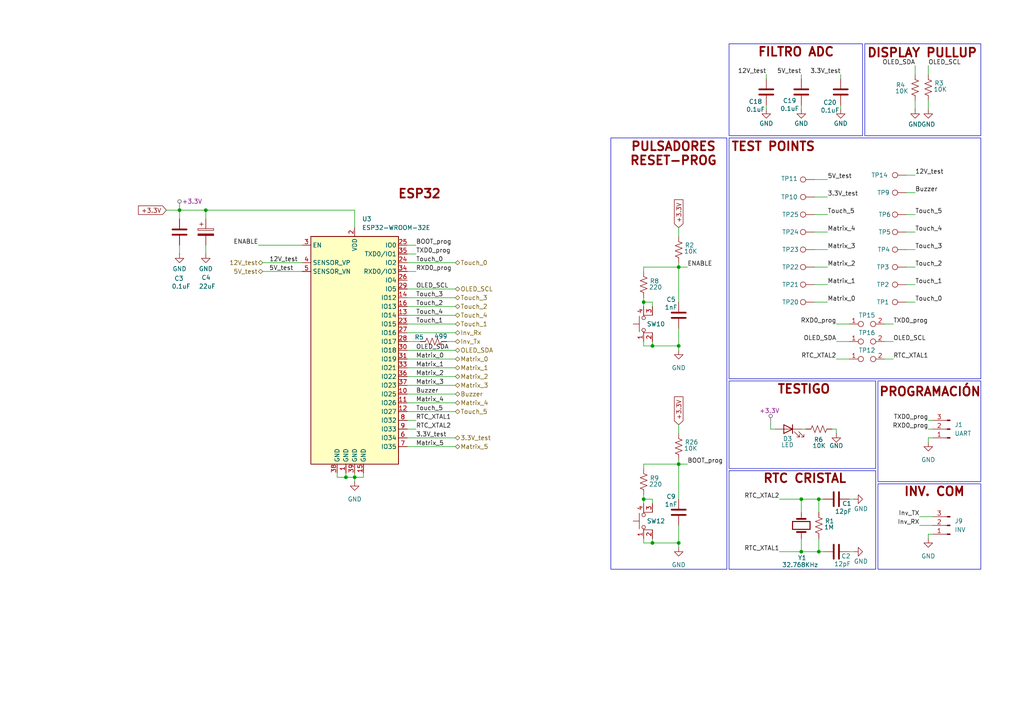
<source format=kicad_sch>
(kicad_sch (version 20250114) (generator "eeschema") (generator_version "9.0")
  (paper "A4")
  (lib_symbols
    (symbol "Connector:Conn_01x03_Pin" (pin_names (offset 1.016) (hide yes))
      (property "Reference" "J" (at 0 5.08 0))
      (property "Value" "Conn_01x03_Pin" (at 0 -5.08 0))
      (symbol "Conn_01x03_Pin_1_1"
        (rectangle (start 0.8636 2.667) (end 0 2.413) (stroke (width 0.1524)) (fill (type outline)))
        (rectangle (start 0.8636 0.127) (end 0 -0.127) (stroke (width 0.1524)) (fill (type outline)))
        (rectangle (start 0.8636 -2.413) (end 0 -2.667) (stroke (width 0.1524)) (fill (type outline)))
        (polyline (pts (xy 1.27 2.54) (xy 0.8636 2.54)) (stroke (width 0.1524)))
        (polyline (pts (xy 1.27 0) (xy 0.8636 0)) (stroke (width 0.1524)))
        (polyline (pts (xy 1.27 -2.54) (xy 0.8636 -2.54)) (stroke (width 0.1524)))
        (pin passive line (at 5.08 2.54 180) (length 3.81) (name "Pin_1") (number "1"))
        (pin passive line (at 5.08 0 180) (length 3.81) (name "Pin_2") (number "2"))
        (pin passive line (at 5.08 -2.54 180) (length 3.81) (name "Pin_3") (number "3"))
      )
    )
    (symbol "Connector:TestPoint" (pin_numbers (hide yes)) (pin_names (offset 0.762) (hide yes))
      (property "Reference" "TP" (at 0 6.858 0))
      (property "Value" "TestPoint" (at 0 5.08 0))
      (symbol "TestPoint_0_1"
        (circle (center 0 3.302) (radius 0.762))
      )
      (symbol "TestPoint_1_1"
        (pin passive line (at 0 0 90) (length 2.54) (name "1") (number "1"))
      )
    )
    (symbol "Connector:TestPoint_2Pole" (pin_names (offset 0.762) (hide yes))
      (property "Reference" "TP" (at 0 1.524 0))
      (property "Value" "TestPoint_2Pole" (at 0 -1.778 0))
      (symbol "TestPoint_2Pole_0_1"
        (circle (center -1.778 0) (radius 0.762))
        (circle (center 1.778 0) (radius 0.762))
        (pin passive line (at -5.08 0 0) (length 2.54) (name "1") (number "1"))
        (pin passive line (at 5.08 0 180) (length 2.54) (name "2") (number "2"))
      )
    )
    (symbol "Device:C" (pin_numbers (hide yes)) (pin_names (offset 0.254))
      (property "Reference" "C" (at 0.635 2.54 0))
      (property "Value" "C" (at 0.635 -2.54 0))
      (symbol "C_0_1"
        (polyline (pts (xy -2.032 0.762) (xy 2.032 0.762)) (stroke (width 0.508)))
        (polyline (pts (xy -2.032 -0.762) (xy 2.032 -0.762)) (stroke (width 0.508)))
      )
      (symbol "C_1_1"
        (pin passive line (at 0 3.81 270) (length 2.794) (name "~") (number "1"))
        (pin passive line (at 0 -3.81 90) (length 2.794) (name "~") (number "2"))
      )
    )
    (symbol "Device:C_Polarized" (pin_numbers (hide yes)) (pin_names (offset 0.254))
      (property "Reference" "C" (at 0.635 2.54 0))
      (property "Value" "C_Polarized" (at 0.635 -2.54 0))
      (symbol "C_Polarized_0_1"
        (rectangle (start -2.286 0.508) (end 2.286 1.016))
        (polyline (pts (xy -1.778 2.286) (xy -0.762 2.286)))
        (polyline (pts (xy -1.27 2.794) (xy -1.27 1.778)))
        (rectangle (start 2.286 -0.508) (end -2.286 -1.016) (fill (type outline)))
      )
      (symbol "C_Polarized_1_1"
        (pin passive line (at 0 3.81 270) (length 2.794) (name "~") (number "1"))
        (pin passive line (at 0 -3.81 90) (length 2.794) (name "~") (number "2"))
      )
    )
    (symbol "Device:Crystal" (pin_numbers (hide yes)) (pin_names (offset 1.016) (hide yes))
      (property "Reference" "Y" (at 0 3.81 0))
      (property "Value" "Crystal" (at 0 -3.81 0))
      (symbol "Crystal_0_1"
        (polyline (pts (xy -2.54 0) (xy -1.905 0)))
        (polyline (pts (xy -1.905 -1.27) (xy -1.905 1.27)) (stroke (width 0.508)))
        (rectangle (start -1.143 2.54) (end 1.143 -2.54) (stroke (width 0.3048)))
        (polyline (pts (xy 1.905 -1.27) (xy 1.905 1.27)) (stroke (width 0.508)))
        (polyline (pts (xy 2.54 0) (xy 1.905 0)))
      )
      (symbol "Crystal_1_1"
        (pin passive line (at -3.81 0 0) (length 1.27) (name "1") (number "1"))
        (pin passive line (at 3.81 0 180) (length 1.27) (name "2") (number "2"))
      )
    )
    (symbol "Device:LED" (pin_numbers (hide yes)) (pin_names (offset 1.016) (hide yes))
      (property "Reference" "D" (at 0 2.54 0))
      (property "Value" "LED" (at 0 -2.54 0))
      (symbol "LED_0_1"
        (polyline (pts (xy -3.048 -0.762) (xy -4.572 -2.286) (xy -3.81 -2.286) (xy -4.572 -2.286) (xy -4.572 -1.524)))
        (polyline (pts (xy -1.778 -0.762) (xy -3.302 -2.286) (xy -2.54 -2.286) (xy -3.302 -2.286) (xy -3.302 -1.524)))
        (polyline (pts (xy -1.27 0) (xy 1.27 0)))
        (polyline (pts (xy -1.27 -1.27) (xy -1.27 1.27)) (stroke (width 0.254)))
        (polyline (pts (xy 1.27 -1.27) (xy 1.27 1.27) (xy -1.27 0) (xy 1.27 -1.27)) (stroke (width 0.254)))
      )
      (symbol "LED_1_1"
        (pin passive line (at -3.81 0 0) (length 2.54) (name "K") (number "1"))
        (pin passive line (at 3.81 0 180) (length 2.54) (name "A") (number "2"))
      )
    )
    (symbol "Device:R_US" (pin_numbers (hide yes)) (pin_names (offset 0))
      (property "Reference" "R" (at 2.54 0 90))
      (property "Value" "R_US" (at -2.54 0 90))
      (symbol "R_US_0_1"
        (polyline (pts (xy 0 2.286) (xy 0 2.54)))
        (polyline (pts (xy 0 2.286) (xy 1.016 1.905) (xy 0 1.524) (xy -1.016 1.143) (xy 0 0.762)))
        (polyline (pts (xy 0 0.762) (xy 1.016 0.381) (xy 0 0) (xy -1.016 -0.381) (xy 0 -0.762)))
        (polyline (pts (xy 0 -0.762) (xy 1.016 -1.143) (xy 0 -1.524) (xy -1.016 -1.905) (xy 0 -2.286)))
        (polyline (pts (xy 0 -2.286) (xy 0 -2.54)))
      )
      (symbol "R_US_1_1"
        (pin passive line (at 0 3.81 270) (length 1.27) (name "~") (number "1"))
        (pin passive line (at 0 -3.81 90) (length 1.27) (name "~") (number "2"))
      )
    )
    (symbol "RF_Module:ESP32-WROOM-32E"
      (property "Reference" "U3" (at 2.1433 38.1 0))
      (property "Value" "ESP32-WROOM-32E" (at 2.1433 35.56 0))
      (symbol "ESP32-WROOM-32E_0_1"
        (rectangle (start -12.7 33.02) (end 12.7 -33.02) (stroke (width 0.254)) (fill (type background)))
      )
      (symbol "ESP32-WROOM-32E_1_1"
        (pin input line (at -15.24 30.48 0) (length 2.54) (name "EN") (number "3"))
        (pin input line (at -15.24 25.4 0) (length 2.54) (name "SENSOR_VP") (number "4"))
        (pin input line (at -15.24 22.86 0) (length 2.54) (name "SENSOR_VN") (number "5"))
        (pin no_connect line (at -12.7 0 0) (length 2.54) (hide yes) (name "NC") (number "21"))
        (pin no_connect line (at -12.7 -2.54 0) (length 2.54) (hide yes) (name "NC") (number "22"))
        (pin no_connect line (at -12.7 -5.08 0) (length 2.54) (hide yes) (name "NC") (number "17"))
        (pin no_connect line (at -12.7 -7.62 0) (length 2.54) (hide yes) (name "NC") (number "18"))
        (pin no_connect line (at -12.7 -10.16 0) (length 2.54) (hide yes) (name "NC") (number "20"))
        (pin no_connect line (at -12.7 -12.7 0) (length 2.54) (hide yes) (name "NC") (number "19"))
        (pin no_connect line (at -12.7 -27.94 0) (length 2.54) (hide yes) (name "NC") (number "32"))
        (pin passive line (at -5.08 -35.56 90) (length 2.54) (name "GND") (number "38"))
        (pin power_in line (at -2.54 -35.56 90) (length 2.54) (name "GND") (number "1"))
        (pin power_in line (at 0 35.56 270) (length 2.54) (name "VDD") (number "2"))
        (pin passive line (at 0 -35.56 90) (length 2.54) (name "GND") (number "39"))
        (pin passive line (at 2.54 -35.56 90) (length 2.54) (name "GND") (number "15"))
        (pin bidirectional line (at 15.24 30.48 180) (length 2.54) (name "IO0") (number "25"))
        (pin bidirectional line (at 15.24 27.94 180) (length 2.54) (name "TXD0/IO1") (number "35"))
        (pin bidirectional line (at 15.24 25.4 180) (length 2.54) (name "IO2") (number "24"))
        (pin bidirectional line (at 15.24 22.86 180) (length 2.54) (name "RXD0/IO3") (number "34"))
        (pin bidirectional line (at 15.24 20.32 180) (length 2.54) (name "IO4") (number "26"))
        (pin bidirectional line (at 15.24 17.78 180) (length 2.54) (name "IO5") (number "29"))
        (pin bidirectional line (at 15.24 15.24 180) (length 2.54) (name "IO12") (number "14"))
        (pin bidirectional line (at 15.24 12.7 180) (length 2.54) (name "IO13") (number "16"))
        (pin bidirectional line (at 15.24 10.16 180) (length 2.54) (name "IO14") (number "13"))
        (pin bidirectional line (at 15.24 7.62 180) (length 2.54) (name "IO15") (number "23"))
        (pin bidirectional line (at 15.24 5.08 180) (length 2.54) (name "IO16") (number "27"))
        (pin bidirectional line (at 15.24 2.54 180) (length 2.54) (name "IO17") (number "28"))
        (pin bidirectional line (at 15.24 0 180) (length 2.54) (name "IO18") (number "30"))
        (pin bidirectional line (at 15.24 -2.54 180) (length 2.54) (name "IO19") (number "31"))
        (pin bidirectional line (at 15.24 -5.08 180) (length 2.54) (name "IO21") (number "33"))
        (pin bidirectional line (at 15.24 -7.62 180) (length 2.54) (name "IO22") (number "36"))
        (pin bidirectional line (at 15.24 -10.16 180) (length 2.54) (name "IO23") (number "37"))
        (pin bidirectional line (at 15.24 -12.7 180) (length 2.54) (name "IO25") (number "10"))
        (pin bidirectional line (at 15.24 -15.24 180) (length 2.54) (name "IO26") (number "11"))
        (pin bidirectional line (at 15.24 -17.78 180) (length 2.54) (name "IO27") (number "12"))
        (pin bidirectional line (at 15.24 -20.32 180) (length 2.54) (name "IO32") (number "8"))
        (pin bidirectional line (at 15.24 -22.86 180) (length 2.54) (name "IO33") (number "9"))
        (pin input line (at 15.24 -25.4 180) (length 2.54) (name "IO34") (number "6"))
        (pin input line (at 15.24 -27.94 180) (length 2.54) (name "IO35") (number "7"))
      )
    )
    (symbol "Switch:SW_MEC_5E" (pin_names (offset 1.016) (hide yes))
      (property "Reference" "SW" (at 0.635 5.715 0))
      (property "Value" "SW_MEC_5E" (at 0 -3.175 0))
      (symbol "SW_MEC_5E_0_1"
        (polyline (pts (xy -2.54 0) (xy -2.54 2.54) (xy -2.286 2.54)))
        (polyline (pts (xy -2.286 3.81) (xy 2.286 3.81)))
        (circle (center -1.778 2.54) (radius 0.508))
        (polyline (pts (xy 0 3.81) (xy 0 5.588)))
        (circle (center 1.778 2.54) (radius 0.508))
        (polyline (pts (xy 2.54 0) (xy 2.54 2.54) (xy 2.286 2.54)))
        (pin passive line (at -5.08 2.54 0) (length 2.54) (name "1") (number "1"))
        (pin passive line (at -5.08 0 0) (length 2.54) (name "2") (number "2"))
        (pin passive line (at 5.08 2.54 180) (length 2.54) (name "A") (number "4"))
        (pin passive line (at 5.08 0 180) (length 2.54) (name "K") (number "3"))
      )
    )
    (symbol "power:GND" (power) (pin_numbers (hide yes)) (pin_names (offset 0) (hide yes))
      (property "Value" "GND" (at 0 -3.81 0))
      (symbol "GND_0_1"
        (polyline (pts (xy 0 0) (xy 0 -1.27) (xy 1.27 -1.27) (xy 0 -2.54) (xy -1.27 -1.27) (xy 0 -1.27)))
      )
      (symbol "GND_1_1"
        (pin power_in line (at 0 0 270) (length 0) (name "~") (number "1"))
      )
    )
  )
  (rectangle (start 250.825 12.7) (end 284.48 39.37))
  (rectangle (start 177.165 40.005) (end 210.82 165.1))
  (rectangle (start 254.635 110.49) (end 284.48 139.7))
  (rectangle (start 211.455 40.005) (end 284.48 109.855))
  (rectangle (start 211.455 110.49) (end 254 135.89))
  (rectangle (start 211.455 12.7) (end 250.19 39.37))
  (rectangle (start 254.635 140.335) (end 284.48 165.1))
  (rectangle (start 211.455 136.525) (end 254 165.1))
  (text "DISPLAY PULLUP" (at 267.462 15.494 0) (effects (font (size 2.54 2.54) (thickness 0.508) (bold yes))))
  (text "ESP32" (at 121.666 56.388 0) (effects (font (size 2.54 2.54) (thickness 0.508) (bold yes))))
  (text "FILTRO ADC" (at 230.886 15.24 0) (effects (font (size 2.54 2.54) (thickness 0.508) (bold yes))))
  (text "TESTIGO" (at 233.172 113.03 0) (effects (font (size 2.54 2.54) (thickness 0.508) (bold yes))))
  (text "PULSADORES\nRESET-PROG" (at 195.326 44.704 0) (effects (font (size 2.54 2.54) (thickness 0.508) (bold yes))))
  (text "TEST POINTS" (at 224.282 42.672 0) (effects (font (size 2.54 2.54) (thickness 0.508) (bold yes))))
  (text "INV. COM" (at 271.018 142.748 0) (effects (font (size 2.54 2.54) (thickness 0.508) (bold yes))))
  (text "RTC CRISTAL" (at 233.426 138.938 0) (effects (font (size 2.54 2.54) (thickness 0.508) (bold yes))))
  (text "PROGRAMACIÓN" (at 269.748 113.792 0) (effects (font (size 2.54 2.54) (thickness 0.508) (bold yes))))
  (junction (at 52.07 60.96))
  (junction (at 196.85 77.47))
  (junction (at 237.49 160.02))
  (junction (at 237.49 144.78))
  (junction (at 189.23 100.33))
  (junction (at 100.33 138.43))
  (junction (at 102.87 138.43))
  (junction (at 196.85 157.48))
  (junction (at 196.85 134.62))
  (junction (at 59.69 60.96))
  (junction (at 186.69 87.63))
  (junction (at 232.41 160.02))
  (junction (at 186.69 144.78))
  (junction (at 196.85 100.33))
  (junction (at 232.41 144.78))
  (junction (at 189.23 157.48))
  (wire (pts (xy 189.23 146.05) (xy 189.23 144.78)))
  (wire (pts (xy 196.85 133.35) (xy 196.85 134.62)))
  (wire (pts (xy 97.79 138.43) (xy 100.33 138.43)))
  (wire (pts (xy 102.87 139.7) (xy 102.87 138.43)))
  (wire (pts (xy 240.03 87.63) (xy 236.22 87.63)))
  (wire (pts (xy 189.23 100.33) (xy 196.85 100.33)))
  (wire (pts (xy 266.7 152.4) (xy 270.51 152.4)))
  (wire (pts (xy 52.07 71.12) (xy 52.07 73.66)))
  (wire (pts (xy 52.07 60.96) (xy 59.69 60.96)))
  (wire (pts (xy 118.11 129.54) (xy 132.08 129.54)))
  (wire (pts (xy 196.85 100.33) (xy 196.85 101.6)))
  (wire (pts (xy 118.11 73.66) (xy 120.65 73.66)))
  (wire (pts (xy 237.49 160.02) (xy 238.76 160.02)))
  (wire (pts (xy 118.11 91.44) (xy 132.08 91.44)))
  (wire (pts (xy 232.41 160.02) (xy 237.49 160.02)))
  (wire (pts (xy 52.07 63.5) (xy 52.07 60.96)))
  (wire (pts (xy 100.33 138.43) (xy 102.87 138.43)))
  (wire (pts (xy 196.85 66.04) (xy 196.85 68.58)))
  (wire (pts (xy 232.41 124.46) (xy 233.68 124.46)))
  (wire (pts (xy 265.43 82.55) (xy 262.89 82.55)))
  (wire (pts (xy 118.11 111.76) (xy 132.08 111.76)))
  (wire (pts (xy 265.43 87.63) (xy 262.89 87.63)))
  (wire (pts (xy 186.69 77.47) (xy 186.69 78.74)))
  (wire (pts (xy 118.11 93.98) (xy 132.08 93.98)))
  (wire (pts (xy 120.65 71.12) (xy 118.11 71.12)))
  (wire (pts (xy 118.11 99.06) (xy 121.92 99.06)))
  (wire (pts (xy 232.41 144.78) (xy 237.49 144.78)))
  (wire (pts (xy 118.11 101.6) (xy 132.08 101.6)))
  (wire (pts (xy 265.43 62.23) (xy 262.89 62.23)))
  (wire (pts (xy 242.57 93.98) (xy 246.38 93.98)))
  (wire (pts (xy 240.03 82.55) (xy 236.22 82.55)))
  (wire (pts (xy 237.49 144.78) (xy 237.49 148.59)))
  (wire (pts (xy 118.11 83.82) (xy 132.08 83.82)))
  (wire (pts (xy 269.24 19.05) (xy 269.24 21.59)))
  (wire (pts (xy 118.11 121.92) (xy 120.65 121.92)))
  (wire (pts (xy 189.23 157.48) (xy 196.85 157.48)))
  (wire (pts (xy 97.79 137.16) (xy 97.79 138.43)))
  (wire (pts (xy 186.69 144.78) (xy 189.23 144.78)))
  (wire (pts (xy 105.41 137.16) (xy 105.41 138.43)))
  (wire (pts (xy 269.24 124.46) (xy 270.51 124.46)))
  (wire (pts (xy 100.33 137.16) (xy 100.33 138.43)))
  (wire (pts (xy 196.85 76.2) (xy 196.85 77.47)))
  (wire (pts (xy 246.38 160.02) (xy 247.65 160.02)))
  (wire (pts (xy 118.11 114.3) (xy 132.08 114.3)))
  (wire (pts (xy 118.11 109.22) (xy 132.08 109.22)))
  (wire (pts (xy 189.23 100.33) (xy 189.23 99.06)))
  (wire (pts (xy 196.85 77.47) (xy 196.85 87.63)))
  (wire (pts (xy 270.51 154.94) (xy 269.24 154.94)))
  (wire (pts (xy 48.26 60.96) (xy 52.07 60.96)))
  (wire (pts (xy 265.43 77.47) (xy 262.89 77.47)))
  (wire (pts (xy 118.11 124.46) (xy 120.65 124.46)))
  (wire (pts (xy 243.84 31.75) (xy 243.84 30.48)))
  (wire (pts (xy 240.03 77.47) (xy 236.22 77.47)))
  (wire (pts (xy 118.11 116.84) (xy 132.08 116.84)))
  (wire (pts (xy 266.7 149.86) (xy 270.51 149.86)))
  (wire (pts (xy 102.87 138.43) (xy 102.87 137.16)))
  (wire (pts (xy 76.2 78.74) (xy 87.63 78.74)))
  (wire (pts (xy 118.11 76.2) (xy 132.08 76.2)))
  (wire (pts (xy 226.06 160.02) (xy 232.41 160.02)))
  (wire (pts (xy 232.41 22.86) (xy 232.41 21.59)))
  (wire (pts (xy 240.03 52.07) (xy 236.22 52.07)))
  (wire (pts (xy 186.69 157.48) (xy 186.69 156.21)))
  (wire (pts (xy 243.84 22.86) (xy 243.84 21.59)))
  (wire (pts (xy 186.69 86.36) (xy 186.69 87.63)))
  (wire (pts (xy 186.69 77.47) (xy 196.85 77.47)))
  (wire (pts (xy 118.11 127) (xy 132.08 127)))
  (wire (pts (xy 259.08 99.06) (xy 256.54 99.06)))
  (wire (pts (xy 242.57 124.46) (xy 241.3 124.46)))
  (wire (pts (xy 118.11 86.36) (xy 132.08 86.36)))
  (wire (pts (xy 265.43 50.8) (xy 262.89 50.8)))
  (wire (pts (xy 189.23 88.9) (xy 189.23 87.63)))
  (wire (pts (xy 118.11 88.9) (xy 132.08 88.9)))
  (wire (pts (xy 196.85 123.19) (xy 196.85 125.73)))
  (wire (pts (xy 118.11 106.68) (xy 132.08 106.68)))
  (wire (pts (xy 232.41 31.75) (xy 232.41 30.48)))
  (wire (pts (xy 242.57 125.73) (xy 242.57 124.46)))
  (wire (pts (xy 118.11 119.38) (xy 132.08 119.38)))
  (wire (pts (xy 118.11 104.14) (xy 132.08 104.14)))
  (wire (pts (xy 265.43 55.88) (xy 262.89 55.88)))
  (wire (pts (xy 232.41 144.78) (xy 232.41 148.59)))
  (wire (pts (xy 237.49 156.21) (xy 237.49 160.02)))
  (wire (pts (xy 222.25 22.86) (xy 222.25 21.59)))
  (wire (pts (xy 242.57 99.06) (xy 246.38 99.06)))
  (wire (pts (xy 186.69 87.63) (xy 189.23 87.63)))
  (wire (pts (xy 226.06 144.78) (xy 232.41 144.78)))
  (wire (pts (xy 269.24 121.92) (xy 270.51 121.92)))
  (wire (pts (xy 265.43 19.05) (xy 265.43 21.59)))
  (wire (pts (xy 240.03 62.23) (xy 236.22 62.23)))
  (wire (pts (xy 196.85 95.25) (xy 196.85 100.33)))
  (wire (pts (xy 237.49 144.78) (xy 238.76 144.78)))
  (wire (pts (xy 196.85 157.48) (xy 196.85 158.75)))
  (wire (pts (xy 186.69 134.62) (xy 196.85 134.62)))
  (wire (pts (xy 102.87 138.43) (xy 105.41 138.43)))
  (wire (pts (xy 189.23 157.48) (xy 189.23 156.21)))
  (wire (pts (xy 186.69 143.51) (xy 186.69 144.78)))
  (wire (pts (xy 186.69 100.33) (xy 189.23 100.33)))
  (wire (pts (xy 223.52 123.19) (xy 223.52 124.46)))
  (wire (pts (xy 242.57 104.14) (xy 246.38 104.14)))
  (wire (pts (xy 186.69 100.33) (xy 186.69 99.06)))
  (wire (pts (xy 59.69 71.12) (xy 59.69 73.66)))
  (wire (pts (xy 232.41 156.21) (xy 232.41 160.02)))
  (wire (pts (xy 186.69 134.62) (xy 186.69 135.89)))
  (wire (pts (xy 240.03 72.39) (xy 236.22 72.39)))
  (wire (pts (xy 196.85 152.4) (xy 196.85 157.48)))
  (wire (pts (xy 186.69 157.48) (xy 189.23 157.48)))
  (wire (pts (xy 59.69 60.96) (xy 59.69 63.5)))
  (wire (pts (xy 246.38 144.78) (xy 247.65 144.78)))
  (wire (pts (xy 259.08 104.14) (xy 256.54 104.14)))
  (wire (pts (xy 74.93 71.12) (xy 87.63 71.12)))
  (wire (pts (xy 118.11 96.52) (xy 132.08 96.52)))
  (wire (pts (xy 222.25 31.75) (xy 222.25 30.48)))
  (wire (pts (xy 259.08 93.98) (xy 256.54 93.98)))
  (wire (pts (xy 102.87 60.96) (xy 102.87 66.04)))
  (wire (pts (xy 265.43 67.31) (xy 262.89 67.31)))
  (wire (pts (xy 270.51 127) (xy 269.24 127)))
  (wire (pts (xy 269.24 154.94) (xy 269.24 156.21)))
  (wire (pts (xy 223.52 124.46) (xy 224.79 124.46)))
  (wire (pts (xy 240.03 67.31) (xy 236.22 67.31)))
  (wire (pts (xy 59.69 60.96) (xy 102.87 60.96)))
  (wire (pts (xy 269.24 127) (xy 269.24 128.27)))
  (wire (pts (xy 265.43 31.75) (xy 265.43 29.21)))
  (wire (pts (xy 265.43 72.39) (xy 262.89 72.39)))
  (wire (pts (xy 196.85 134.62) (xy 199.39 134.62)))
  (wire (pts (xy 186.69 144.78) (xy 186.69 146.05)))
  (wire (pts (xy 196.85 134.62) (xy 196.85 144.78)))
  (wire (pts (xy 196.85 77.47) (xy 199.39 77.47)))
  (wire (pts (xy 269.24 31.75) (xy 269.24 29.21)))
  (wire (pts (xy 118.11 78.74) (xy 120.65 78.74)))
  (wire (pts (xy 186.69 87.63) (xy 186.69 88.9)))
  (wire (pts (xy 129.54 99.06) (xy 132.08 99.06)))
  (wire (pts (xy 240.03 57.15) (xy 236.22 57.15)))
  (wire (pts (xy 76.2 76.2) (xy 87.63 76.2)))
  (label "Touch_3" (at 120.65 86.36 0))
  (label "Matrix_3" (at 120.65 111.76 0))
  (label "TXD0_prog" (at 269.24 121.92 180))
  (label "Matrix_3" (at 240.03 72.39 0))
  (label "Matrix_2" (at 120.65 109.22 0))
  (label "Inv_TX" (at 266.7 149.86 180))
  (label "OLED_SCL" (at 120.65 83.82 0))
  (label "RTC_XTAL2" (at 242.57 104.14 180))
  (label "Matrix_1" (at 240.03 82.55 0))
  (label "5V_test" (at 85.09 78.74 180))
  (label "Matrix_4" (at 240.03 67.31 0))
  (label "BOOT_prog" (at 199.39 134.62 0))
  (label "Matrix_1" (at 120.65 106.68 0))
  (label "Touch_0" (at 120.65 76.2 0))
  (label "5V_test" (at 240.03 52.07 0))
  (label "OLED_SDA" (at 242.57 99.06 180))
  (label "RTC_XTAL1" (at 226.06 160.02 180))
  (label "12V_test" (at 222.25 21.59 180))
  (label "TXD0_prog" (at 259.08 93.98 0))
  (label "Touch_5" (at 240.03 62.23 0))
  (label "3.3V_test" (at 240.03 57.15 0))
  (label "OLED_SDA" (at 120.65 101.6 0))
  (label "RXD0_prog" (at 242.57 93.98 180))
  (label "ENABLE" (at 199.39 77.47 0))
  (label "Touch_4" (at 265.43 67.31 0))
  (label "5V_test" (at 232.41 21.59 180))
  (label "BOOT_prog" (at 120.65 71.12 0))
  (label "ENABLE" (at 74.93 71.12 180))
  (label "Matrix_0" (at 120.65 104.14 0))
  (label "Touch_0" (at 265.43 87.63 0))
  (label "3.3V_test" (at 120.65 127 0))
  (label "RXD0_prog" (at 269.24 124.46 180))
  (label "Buzzer" (at 120.65 114.3 0))
  (label "RTC_XTAL2" (at 120.65 124.46 0))
  (label "Touch_2" (at 265.43 77.47 0))
  (label "12V_test" (at 86.36 76.2 180))
  (label "Touch_1" (at 265.43 82.55 0))
  (label "Touch_3" (at 265.43 72.39 0))
  (label "RTC_XTAL1" (at 259.08 104.14 0))
  (label "Buzzer" (at 265.43 55.88 0))
  (label "Touch_5" (at 265.43 62.23 0))
  (label "Matrix_0" (at 240.03 87.63 0))
  (label "Matrix_4" (at 120.65 116.84 0))
  (label "Matrix_2" (at 240.03 77.47 0))
  (label "RTC_XTAL1" (at 120.65 121.92 0))
  (label "Touch_4" (at 120.65 91.44 0))
  (label "OLED_SCL" (at 259.08 99.06 0))
  (label "RXD0_prog" (at 120.65 78.74 0))
  (label "Matrix_5" (at 120.65 129.54 0))
  (label "Touch_2" (at 120.65 88.9 0))
  (label "Inv_RX" (at 266.7 152.4 180))
  (label "RTC_XTAL2" (at 226.06 144.78 180))
  (label "Touch_5" (at 120.65 119.38 0))
  (label "TXD0_prog" (at 120.65 73.66 0))
  (label "OLED_SCL" (at 269.24 19.05 0))
  (label "Touch_1" (at 120.65 93.98 0))
  (label "OLED_SDA" (at 265.43 19.05 180))
  (label "12V_test" (at 265.43 50.8 0))
  (label "3.3V_test" (at 243.84 21.59 180))
  (global_label "+3.3V" (shape input) (at 48.26 60.96 180) (property "Intersheetrefs" "${INTERSHEET_REFS}" (effects (hide yes))))
  (global_label "+3.3V" (shape input) (at 196.85 66.04 90) (property "Intersheetrefs" "${INTERSHEET_REFS}" (effects (hide yes))))
  (global_label "+3.3V" (shape input) (at 196.85 123.19 90) (property "Intersheetrefs" "${INTERSHEET_REFS}" (effects (hide yes))))
  (hierarchical_label "Touch_4" (shape bidirectional) (at 132.08 91.44 0))
  (hierarchical_label "Inv_Rx" (shape bidirectional) (at 132.08 96.52 0))
  (hierarchical_label "12V_test" (shape bidirectional) (at 76.2 76.2 180))
  (hierarchical_label "Matrix_3" (shape bidirectional) (at 132.08 111.76 0))
  (hierarchical_label "Touch_3" (shape bidirectional) (at 132.08 86.36 0))
  (hierarchical_label "Touch_2" (shape bidirectional) (at 132.08 88.9 0))
  (hierarchical_label "Matrix_2" (shape bidirectional) (at 132.08 109.22 0))
  (hierarchical_label "OLED_SCL" (shape bidirectional) (at 132.08 83.82 0))
  (hierarchical_label "Touch_5" (shape bidirectional) (at 132.08 119.38 0))
  (hierarchical_label "Matrix_0" (shape bidirectional) (at 132.08 104.14 0))
  (hierarchical_label "Touch_1" (shape bidirectional) (at 132.08 93.98 0))
  (hierarchical_label "3.3V_test" (shape bidirectional) (at 132.08 127 0))
  (hierarchical_label "Inv_Tx" (shape bidirectional) (at 132.08 99.06 0))
  (hierarchical_label "Matrix_4" (shape bidirectional) (at 132.08 116.84 0))
  (hierarchical_label "5V_test" (shape bidirectional) (at 76.2 78.74 180))
  (hierarchical_label "OLED_SDA" (shape bidirectional) (at 132.08 101.6 0))
  (hierarchical_label "Touch_0" (shape bidirectional) (at 132.08 76.2 0))
  (hierarchical_label "Buzzer" (shape bidirectional) (at 132.08 114.3 0))
  (hierarchical_label "Matrix_1" (shape bidirectional) (at 132.08 106.68 0))
  (hierarchical_label "Matrix_5" (shape bidirectional) (at 132.08 129.54 0))
  (netclass_flag "" (length 2.54) (shape round) (at 52.07 60.96 0) (property "Netclass" "+3.3V" (at 52.7685 58.42 0) (effects (justify left))))
  (netclass_flag "" (length 2.54) (shape round) (at 223.52 123.19 0) (property "Netclass" "+3.3V" (at 220.218 119.126 0) (effects (justify left))))
  (symbol (lib_id "Connector:TestPoint") (at 262.89 67.31 90) (unit 1)
    (property "Reference" "TP5" (at 254.762 67.31 90) (effects (justify right)))
    (property "Value" "TestPoint" (effects (hide yes)))
    (property "Footprint" "Connector_Pin:Pin_D0.7mm_L6.5mm_W1.8mm_FlatFork" (effects (hide yes)))
    (property "Description" "test point" (effects (hide yes)))
  )
  (symbol (lib_id "power:GND") (at 269.24 31.75 0) (unit 1)
    (property "Reference" "#PWR014" (effects (hide yes)))
    (property "Value" "GND" (at 269.24 36.068 0))
    (property "Description" "Power symbol creates a global label with name \"GND\" , ground" (effects (hide yes)))
  )
  (symbol (lib_id "Device:R_US") (at 237.49 152.4 0) (unit 1)
    (property "Reference" "R1" (at 239.268 151.13 0) (effects (justify left)))
    (property "Value" "1M" (at 239.014 152.908 0) (effects (justify left)))
    (property "Description" "Resistor, US symbol" (effects (hide yes)))
  )
  (symbol (lib_id "Device:R_US") (at 196.85 72.39 0) (unit 1)
    (property "Reference" "R2" (at 198.628 71.12 0) (effects (justify left)))
    (property "Value" "10K" (at 198.374 72.898 0) (effects (justify left)))
    (property "Description" "Resistor, US symbol" (effects (hide yes)))
  )
  (symbol (lib_id "Device:R_US") (at 265.43 25.4 0) (unit 1)
    (property "Reference" "R4" (at 259.842 24.638 0) (effects (justify left)))
    (property "Value" "10K" (at 259.588 26.416 0) (effects (justify left)))
    (property "Description" "Resistor, US symbol" (effects (hide yes)))
  )
  (symbol (lib_id "Connector:TestPoint") (at 262.89 87.63 90) (unit 1)
    (property "Reference" "TP1" (at 254.254 87.63 90) (effects (justify right)))
    (property "Value" "TestPoint" (effects (hide yes)))
    (property "Footprint" "Connector_Pin:Pin_D0.7mm_L6.5mm_W1.8mm_FlatFork" (effects (hide yes)))
    (property "Description" "test point" (effects (hide yes)))
  )
  (symbol (lib_id "Device:LED") (at 228.6 124.46 0) (mirror y) (unit 1)
    (property "Reference" "D3" (at 227.076 127.254 0) (effects (justify right)))
    (property "Value" "LED" (at 226.568 129.032 0) (effects (justify right)))
    (property "Footprint" "LED_SMD:LED_0805_2012Metric_Pad1.15x1.40mm_HandSolder" (effects (hide yes)))
    (property "Datasheet" "./Dialight_CBI_data_599-0805_Apr2018.pdf" (effects (hide yes)))
    (property "Description" "Light emitting diode" (effects (hide yes)))
    (property "Sim.Pins" "1=K 2=A" (effects (hide yes)))
    (property "Price" "0.31" (effects (hide yes)))
    (property "currier" "https://ar.mouser.com/ProductDetail/Dialight/599-0110-007F?qs=gTYE2QTfZfS0HtheKY0LlQ%3D%3D" (effects (hide yes)))
  )
  (symbol (lib_id "Device:C") (at 242.57 144.78 90) (unit 1)
    (property "Reference" "C1" (at 245.618 146.05 90))
    (property "Value" "12pF" (at 244.602 148.336 90))
    (property "Footprint" "Capacitor_SMD:C_0603_1608Metric" (effects (hide yes)))
    (property "Datasheet" "https://ar.mouser.com/datasheet/2/40/X7RDielectric-2943470.pdf" (effects (hide yes)))
    (property "Description" "Unpolarized capacitor" (effects (hide yes)))
    (property "Price" "0.1" (effects (hide yes)))
    (property "currier" "https://ar.mouser.com/ProductDetail/KYOCERA-AVX/06036C120KAT4A?qs=qVfB0%2FDaMDZsT7pNHuMdtg%3D%3D" (effects (hide yes)))
  )
  (symbol (lib_id "Connector:Conn_01x03_Pin") (at 275.59 124.46 180) (unit 1)
    (property "Reference" "J1" (at 276.86 123.1899 0) (effects (justify right)))
    (property "Value" "UART" (at 276.86 125.7299 0) (effects (justify right)))
    (property "Footprint" "Connector_PinHeader_2.54mm:PinHeader_1x03_P2.54mm_Vertical_SMD_Pin1Left" (effects (hide yes)))
    (property "Datasheet" "https://ar.mouser.com/datasheet/2/418/9/ENG_CD_146128_L1-2007512.pdf" (effects (hide yes)))
    (property "Description" "Generic connector, single row, 01x03, script generated" (effects (hide yes)))
    (property "Compra" "https://ar.mouser.com/ProductDetail/TE-Connectivity/5-146128-1?qs=hegm%2Fm%252B%2Fz5mUMTz2IX6n0g%3D%3D" (effects (hide yes)))
  )
  (symbol (lib_id "power:GND") (at 196.85 101.6 0) (unit 1)
    (property "Reference" "#PWR05" (effects (hide yes)))
    (property "Value" "GND" (at 196.85 106.68 0))
    (property "Description" "Power symbol creates a global label with name \"GND\" , ground" (effects (hide yes)))
  )
  (symbol (lib_id "Connector:TestPoint") (at 262.89 72.39 90) (unit 1)
    (property "Reference" "TP4" (at 254.508 72.39 90) (effects (justify right)))
    (property "Value" "TestPoint" (effects (hide yes)))
    (property "Footprint" "Connector_Pin:Pin_D0.7mm_L6.5mm_W1.8mm_FlatFork" (effects (hide yes)))
    (property "Description" "test point" (effects (hide yes)))
  )
  (symbol (lib_id "power:GND") (at 102.87 139.7 0) (unit 1)
    (property "Reference" "#PWR08" (effects (hide yes)))
    (property "Value" "GND" (at 102.87 144.78 0))
    (property "Description" "Power symbol creates a global label with name \"GND\" , ground" (effects (hide yes)))
  )
  (symbol (lib_id "Device:Crystal") (at 232.41 152.4 90) (unit 1)
    (property "Reference" "Y1" (at 231.394 161.798 90) (effects (justify right)))
    (property "Value" "32.768KHz" (at 226.822 163.83 90) (effects (justify right)))
    (property "Datasheet" "https://www.vishay.com/docs/35071/xt13.pdf" (effects (hide yes)))
    (property "Description" "Two pin crystal" (effects (hide yes)))
    (property "Price" "0.53" (effects (hide yes)))
    (property "currier" "https://ar.mouser.com/ProductDetail/70-XT1312HHRXX32K76E" (effects (hide yes)))
  )
  (symbol (lib_id "power:GND") (at 265.43 31.75 0) (unit 1)
    (property "Reference" "#PWR013" (effects (hide yes)))
    (property "Value" "GND" (at 265.43 36.068 0))
    (property "Description" "Power symbol creates a global label with name \"GND\" , ground" (effects (hide yes)))
  )
  (symbol (lib_id "power:GND") (at 196.85 158.75 0) (unit 1)
    (property "Reference" "#PWR015" (effects (hide yes)))
    (property "Value" "GND" (at 196.85 163.83 0))
    (property "Description" "Power symbol creates a global label with name \"GND\" , ground" (effects (hide yes)))
  )
  (symbol (lib_id "power:GND") (at 247.65 144.78 90) (unit 1)
    (property "Reference" "#PWR01" (effects (hide yes)))
    (property "Value" "GND" (at 247.65 147.574 90) (effects (justify right)))
    (property "Description" "Power symbol creates a global label with name \"GND\" , ground" (effects (hide yes)))
  )
  (symbol (lib_id "Device:C") (at 243.84 26.67 0) (unit 1)
    (property "Reference" "C20" (at 238.76 29.718 0) (effects (justify left)))
    (property "Value" "0.1uF" (at 237.998 32.004 0) (effects (justify left)))
    (property "Footprint" "Capacitor_SMD:C_0603_1608Metric" (effects (hide yes)))
    (property "Datasheet" "https://ar.mouser.com/datasheet/2/447/UPY_GPHC_X7R_6_3V_to_250V_24-3441574.pdf" (effects (hide yes)))
    (property "Description" "Unpolarized capacitor" (effects (hide yes)))
    (property "Price" "0.1" (effects (hide yes)))
    (property "currier" "https://ar.mouser.com/ProductDetail/YAGEO/CC0603KRX7R7BB104?qs=AgBp2OyFlx8KPmNTlFoWXA%3D%3D" (effects (hide yes)))
  )
  (symbol (lib_id "Connector:TestPoint") (at 262.89 62.23 90) (unit 1)
    (property "Reference" "TP6" (at 254.762 62.23 90) (effects (justify right)))
    (property "Value" "TestPoint" (effects (hide yes)))
    (property "Footprint" "Connector_Pin:Pin_D0.7mm_L6.5mm_W1.8mm_FlatFork" (effects (hide yes)))
    (property "Description" "test point" (effects (hide yes)))
  )
  (symbol (lib_id "power:GND") (at 269.24 128.27 0) (unit 1)
    (property "Reference" "#PWR04" (effects (hide yes)))
    (property "Value" "GND" (at 269.24 133.35 0))
    (property "Description" "Power symbol creates a global label with name \"GND\" , ground" (effects (hide yes)))
  )
  (symbol (lib_id "Connector:TestPoint_2Pole") (at 251.46 104.14 0) (unit 1)
    (property "Reference" "TP12" (at 251.46 101.6 0))
    (property "Value" "TestPoint_2Pole" (effects (hide yes)))
    (property "Description" "2-polar test point" (effects (hide yes)))
    (property "Sim.Library" ".\\" (effects (hide yes)))
  )
  (symbol (lib_id "Device:R_US") (at 186.69 139.7 0) (unit 1)
    (property "Reference" "R9" (at 188.468 138.684 0) (effects (justify left)))
    (property "Value" "220" (at 188.214 140.462 0) (effects (justify left)))
    (property "Description" "Resistor, US symbol" (effects (hide yes)))
  )
  (symbol (lib_id "Connector:TestPoint") (at 262.89 82.55 90) (unit 1)
    (property "Reference" "TP2" (at 254.254 82.55 90) (effects (justify right)))
    (property "Value" "TestPoint" (effects (hide yes)))
    (property "Footprint" "Connector_Pin:Pin_D0.7mm_L6.5mm_W1.8mm_FlatFork" (effects (hide yes)))
    (property "Description" "test point" (effects (hide yes)))
  )
  (symbol (lib_id "Connector:TestPoint") (at 236.22 72.39 90) (unit 1)
    (property "Reference" "TP23" (at 226.822 72.39 90) (effects (justify right)))
    (property "Value" "TestPoint" (effects (hide yes)))
    (property "Footprint" "Connector_Pin:Pin_D0.7mm_L6.5mm_W1.8mm_FlatFork" (effects (hide yes)))
    (property "Description" "test point" (effects (hide yes)))
  )
  (symbol (lib_id "Connector:TestPoint") (at 236.22 82.55 90) (unit 1)
    (property "Reference" "TP21" (at 226.822 82.55 90) (effects (justify right)))
    (property "Value" "TestPoint" (effects (hide yes)))
    (property "Footprint" "Connector_Pin:Pin_D0.7mm_L6.5mm_W1.8mm_FlatFork" (effects (hide yes)))
    (property "Description" "test point" (effects (hide yes)))
  )
  (symbol (lib_id "Device:C") (at 232.41 26.67 0) (unit 1)
    (property "Reference" "C19" (at 227.076 29.21 0) (effects (justify left)))
    (property "Value" "0.1uF" (at 226.314 31.496 0) (effects (justify left)))
    (property "Footprint" "Capacitor_SMD:C_0603_1608Metric" (effects (hide yes)))
    (property "Datasheet" "https://ar.mouser.com/datasheet/2/447/UPY_GPHC_X7R_6_3V_to_250V_24-3441574.pdf" (effects (hide yes)))
    (property "Description" "Unpolarized capacitor" (effects (hide yes)))
    (property "Price" "0.1" (effects (hide yes)))
    (property "currier" "https://ar.mouser.com/ProductDetail/YAGEO/CC0603KRX7R7BB104?qs=AgBp2OyFlx8KPmNTlFoWXA%3D%3D" (effects (hide yes)))
  )
  (symbol (lib_id "power:GND") (at 52.07 73.66 0) (unit 1)
    (property "Reference" "#PWR07" (effects (hide yes)))
    (property "Value" "GND" (at 52.07 77.978 0))
    (property "Description" "Power symbol creates a global label with name \"GND\" , ground" (effects (hide yes)))
  )
  (symbol (lib_id "Device:R_US") (at 269.24 25.4 0) (unit 1)
    (property "Reference" "R3" (at 271.018 24.13 0) (effects (justify left)))
    (property "Value" "10K" (at 270.764 25.908 0) (effects (justify left)))
    (property "Description" "Resistor, US symbol" (effects (hide yes)))
  )
  (symbol (lib_id "Device:R_US") (at 186.69 82.55 0) (unit 1)
    (property "Reference" "R8" (at 188.468 81.534 0) (effects (justify left)))
    (property "Value" "220" (at 188.214 83.312 0) (effects (justify left)))
    (property "Description" "Resistor, US symbol" (effects (hide yes)))
  )
  (symbol (lib_id "Connector:TestPoint") (at 236.22 67.31 90) (unit 1)
    (property "Reference" "TP24" (at 226.822 67.31 90) (effects (justify right)))
    (property "Value" "TestPoint" (effects (hide yes)))
    (property "Footprint" "Connector_Pin:Pin_D0.7mm_L6.5mm_W1.8mm_FlatFork" (effects (hide yes)))
    (property "Description" "test point" (effects (hide yes)))
  )
  (symbol (lib_id "power:GND") (at 222.25 31.75 0) (unit 1)
    (property "Reference" "#PWR032" (effects (hide yes)))
    (property "Value" "GND" (at 222.25 35.814 0))
    (property "Description" "Power symbol creates a global label with name \"GND\" , ground" (effects (hide yes)))
  )
  (symbol (lib_id "Connector:TestPoint_2Pole") (at 251.46 99.06 0) (unit 1)
    (property "Reference" "TP16" (at 251.46 96.52 0))
    (property "Value" "TestPoint_2Pole" (effects (hide yes)))
    (property "Description" "2-polar test point" (effects (hide yes)))
    (property "Sim.Library" ".\\" (effects (hide yes)))
  )
  (symbol (lib_id "Device:R_US") (at 196.85 129.54 0) (unit 1)
    (property "Reference" "R26" (at 198.628 128.27 0) (effects (justify left)))
    (property "Value" "10K" (at 198.374 130.048 0) (effects (justify left)))
    (property "Description" "Resistor, US symbol" (effects (hide yes)))
  )
  (symbol (lib_id "power:GND") (at 242.57 125.73 0) (unit 1)
    (property "Reference" "#PWR02" (effects (hide yes)))
    (property "Value" "GND" (at 242.57 129.286 0))
    (property "Description" "Power symbol creates a global label with name \"GND\" , ground" (effects (hide yes)))
  )
  (symbol (lib_id "Connector:Conn_01x03_Pin") (at 275.59 152.4 180) (unit 1)
    (property "Reference" "J9" (at 276.86 151.1299 0) (effects (justify right)))
    (property "Value" "INV" (at 276.86 153.6699 0) (effects (justify right)))
    (property "Footprint" "Connector_PinHeader_2.54mm:PinHeader_1x03_P2.54mm_Vertical_SMD_Pin1Left" (effects (hide yes)))
    (property "Datasheet" "https://ar.mouser.com/datasheet/2/418/9/ENG_CD_146128_L1-2007512.pdf" (effects (hide yes)))
    (property "Description" "Generic connector, single row, 01x03, script generated" (effects (hide yes)))
    (property "Compra" "https://ar.mouser.com/ProductDetail/TE-Connectivity/5-146128-1?qs=hegm%2Fm%252B%2Fz5mUMTz2IX6n0g%3D%3D" (effects (hide yes)))
    (property "Price" "1.33" (effects (hide yes)))
    (property "currier" "https://ar.mouser.com/ProductDetail/571-5-146128-1" (effects (hide yes)))
  )
  (symbol (lib_id "Connector:TestPoint") (at 236.22 57.15 90) (unit 1)
    (property "Reference" "TP10" (at 231.394 57.15 90) (effects (justify left)))
    (property "Value" "TestPoint" (effects (hide yes)))
    (property "Footprint" "Connector_Pin:Pin_D0.7mm_L6.5mm_W1.8mm_FlatFork" (effects (hide yes)))
    (property "Description" "test point" (effects (hide yes)))
  )
  (symbol (lib_id "Device:R_US") (at 125.73 99.06 90) (unit 1)
    (property "Reference" "R5" (at 122.936 97.79 90) (effects (justify left)))
    (property "Value" "499" (at 129.794 97.536 90) (effects (justify left)))
    (property "Description" "Resistor, US symbol" (effects (hide yes)))
  )
  (symbol (lib_id "Device:C") (at 242.57 160.02 270) (unit 1)
    (property "Reference" "C2" (at 245.364 161.29 90))
    (property "Value" "12pF" (at 244.348 163.576 90))
    (property "Footprint" "Capacitor_SMD:C_0603_1608Metric" (effects (hide yes)))
    (property "Datasheet" "https://ar.mouser.com/datasheet/2/40/X7RDielectric-2943470.pdf" (effects (hide yes)))
    (property "Description" "Unpolarized capacitor" (effects (hide yes)))
    (property "Price" "0.1" (effects (hide yes)))
    (property "currier" "https://ar.mouser.com/ProductDetail/KYOCERA-AVX/06036C120KAT4A?qs=qVfB0%2FDaMDZsT7pNHuMdtg%3D%3D" (effects (hide yes)))
  )
  (symbol (lib_id "Connector:TestPoint") (at 236.22 62.23 90) (unit 1)
    (property "Reference" "TP25" (at 226.822 62.23 90) (effects (justify right)))
    (property "Value" "TestPoint" (effects (hide yes)))
    (property "Footprint" "Connector_Pin:Pin_D0.7mm_L6.5mm_W1.8mm_FlatFork" (effects (hide yes)))
    (property "Description" "test point" (effects (hide yes)))
  )
  (symbol (lib_id "power:GND") (at 59.69 73.66 0) (unit 1)
    (property "Reference" "#PWR06" (effects (hide yes)))
    (property "Value" "GND" (at 59.69 77.978 0))
    (property "Description" "Power symbol creates a global label with name \"GND\" , ground" (effects (hide yes)))
  )
  (symbol (lib_id "Switch:SW_MEC_5E") (at 189.23 151.13 90) (unit 1)
    (property "Reference" "SW12" (at 190.246 151.13 90))
    (property "Value" "SW_MEC_5E" (effects (hide yes)))
    (property "Footprint" "Button_Switch_SMD:SW_MEC_5GSH9" (effects (hide yes)))
    (property "Datasheet" "https://ar.mouser.com/datasheet/2/1628/ts34-3555519.pdf" (effects (hide yes)))
    (property "Description" "MEC 5E single pole normally-open tactile switch" (effects (hide yes)))
    (property "Price" "0.29" (effects (hide yes)))
    (property "currier" "https://ar.mouser.com/ProductDetail/Same-Sky/TS34-62-35-BK-100-SMT-TR?qs=efUn273yAhdTNfYlp2kkeg%3D%3D" (effects (hide yes)))
  )
  (symbol (lib_id "Connector:TestPoint") (at 262.89 55.88 90) (unit 1)
    (property "Reference" "TP9" (at 258.064 55.88 90) (effects (justify left)))
    (property "Value" "TestPoint" (effects (hide yes)))
    (property "Footprint" "Connector_Pin:Pin_D0.7mm_L6.5mm_W1.8mm_FlatFork" (effects (hide yes)))
    (property "Description" "test point" (effects (hide yes)))
  )
  (symbol (lib_id "Connector:TestPoint_2Pole") (at 251.46 93.98 0) (unit 1)
    (property "Reference" "TP15" (at 251.46 91.44 0))
    (property "Value" "TestPoint_2Pole" (effects (hide yes)))
    (property "Description" "2-polar test point" (effects (hide yes)))
    (property "Sim.Library" ".\\" (effects (hide yes)))
  )
  (symbol (lib_id "Device:C") (at 222.25 26.67 0) (unit 1)
    (property "Reference" "C18" (at 217.17 29.464 0) (effects (justify left)))
    (property "Value" "0.1uF" (at 216.408 31.75 0) (effects (justify left)))
    (property "Footprint" "Capacitor_SMD:C_0603_1608Metric" (effects (hide yes)))
    (property "Datasheet" "https://ar.mouser.com/datasheet/2/447/UPY_GPHC_X7R_6_3V_to_250V_24-3441574.pdf" (effects (hide yes)))
    (property "Description" "Unpolarized capacitor" (effects (hide yes)))
    (property "Price" "0.1" (effects (hide yes)))
    (property "currier" "https://ar.mouser.com/ProductDetail/YAGEO/CC0603KRX7R7BB104?qs=AgBp2OyFlx8KPmNTlFoWXA%3D%3D" (effects (hide yes)))
  )
  (symbol (lib_id "Connector:TestPoint") (at 236.22 52.07 90) (unit 1)
    (property "Reference" "TP11" (at 231.394 51.816 90) (effects (justify left)))
    (property "Value" "TestPoint" (effects (hide yes)))
    (property "Footprint" "Connector_Pin:Pin_D0.7mm_L6.5mm_W1.8mm_FlatFork" (effects (hide yes)))
    (property "Description" "test point" (effects (hide yes)))
  )
  (symbol (lib_id "power:GND") (at 247.65 160.02 90) (unit 1)
    (property "Reference" "#PWR03" (effects (hide yes)))
    (property "Value" "GND" (at 247.65 162.814 90) (effects (justify right)))
    (property "Description" "Power symbol creates a global label with name \"GND\" , ground" (effects (hide yes)))
  )
  (symbol (lib_id "Device:C_Polarized") (at 59.69 67.31 0) (unit 1)
    (property "Reference" "C4" (at 58.42 80.518 0) (effects (justify left)))
    (property "Value" "22uF" (at 57.658 83.058 0) (effects (justify left)))
    (property "Footprint" "Inductor_SMD:L_1206_3216Metric" (effects (hide yes)))
    (property "Datasheet" "https://ar.mouser.com/datasheet/2/396/mlcc02_e-1307760.pdf" (effects (hide yes)))
    (property "Description" "Polarized capacitor" (effects (hide yes)))
    (property "Price" "0.6" (effects (hide yes)))
    (property "currier" "https://ar.mouser.com/ProductDetail/TAIYO-YUDEN/EMK316BB7226ML-T?qs=EPmvyOv1YlPvyo1ebMxtFg%3D%3D" (effects (hide yes)))
  )
  (symbol (lib_id "Connector:TestPoint") (at 262.89 50.8 90) (unit 1)
    (property "Reference" "TP14" (at 257.556 50.8 90) (effects (justify left)))
    (property "Value" "TestPoint" (effects (hide yes)))
    (property "Footprint" "Connector_Pin:Pin_D0.7mm_L6.5mm_W1.8mm_FlatFork" (effects (hide yes)))
    (property "Description" "test point" (effects (hide yes)))
  )
  (symbol (lib_id "Device:C") (at 196.85 148.59 0) (unit 1)
    (property "Reference" "C9" (at 193.294 144.018 0) (effects (justify left)))
    (property "Value" "1nF" (at 192.786 146.304 0) (effects (justify left)))
    (property "Footprint" "Capacitor_SMD:C_0603_1608Metric" (effects (hide yes)))
    (property "Datasheet" "https://ar.mouser.com/datasheet/2/447/UPY_GPHC_X7R_6_3V_to_250V_24-3441574.pdf" (effects (hide yes)))
    (property "Description" "Unpolarized capacitor" (effects (hide yes)))
    (property "Price" "0.1" (effects (hide yes)))
    (property "currier" "https://ar.mouser.com/ProductDetail/YAGEO/CC0603KRX7R7BB102?qs=57cj7OiSijmXnT43qo9O6Q%3D%3D" (effects (hide yes)))
  )
  (symbol (lib_id "Device:C") (at 52.07 67.31 0) (unit 1)
    (property "Reference" "C3" (at 50.546 80.772 0) (effects (justify left)))
    (property "Value" "0.1uF" (at 49.784 83.058 0) (effects (justify left)))
    (property "Footprint" "Capacitor_SMD:C_0603_1608Metric" (effects (hide yes)))
    (property "Datasheet" "https://ar.mouser.com/datasheet/2/447/UPY_GPHC_X7R_6_3V_to_250V_24-3441574.pdf" (effects (hide yes)))
    (property "Description" "Unpolarized capacitor" (effects (hide yes)))
    (property "Price" "0.1" (effects (hide yes)))
    (property "currier" "https://ar.mouser.com/ProductDetail/YAGEO/CC0603KRX7R7BB104?qs=AgBp2OyFlx8KPmNTlFoWXA%3D%3D" (effects (hide yes)))
  )
  (symbol (lib_id "power:GND") (at 269.24 156.21 0) (unit 1)
    (property "Reference" "#PWR026" (effects (hide yes)))
    (property "Value" "GND" (at 269.24 161.29 0))
    (property "Description" "Power symbol creates a global label with name \"GND\" , ground" (effects (hide yes)))
  )
  (symbol (lib_id "RF_Module:ESP32-WROOM-32E") (at 102.87 101.6 0) (unit 1)
    (property "Reference" "U3" (at 105.0133 63.5 0) (effects (justify left)))
    (property "Value" "ESP32-WROOM-32E" (at 105.0133 66.04 0) (effects (justify left)))
    (property "Footprint" "RF_Module:ESP32-WROOM-32D" (effects (hide yes)))
    (property "Datasheet" "https://www.espressif.com/sites/default/files/documentation/esp32-wroom-32e_esp32-wroom-32ue_datasheet_en.pdf" (effects (hide yes)))
    (property "Description" "RF Module, ESP32-D0WD-V3 SoC, without PSRAM, Wi-Fi 802.11b/g/n, Bluetooth, BLE, 32-bit, 2.7-3.6V, onboard antenna, SMD" (effects (hide yes)))
    (property "Price" "6.71" (effects (hide yes)))
    (property "currier" "https://ar.mouser.com/ProductDetail/Espressif-Systems/ESP32-WROOM-32E-N16?qs=sGAEpiMZZMu3sxpa5v1qrkR%2F6t0IkXq8DZWAS%2F1bROk%3D" (effects (hide yes)))
  )
  (symbol (lib_id "power:GND") (at 243.84 31.75 0) (unit 1)
    (property "Reference" "#PWR034" (effects (hide yes)))
    (property "Value" "GND" (at 243.84 35.814 0))
    (property "Description" "Power symbol creates a global label with name \"GND\" , ground" (effects (hide yes)))
  )
  (symbol (lib_id "power:GND") (at 232.41 31.75 0) (unit 1)
    (property "Reference" "#PWR033" (effects (hide yes)))
    (property "Value" "GND" (at 232.41 35.814 0))
    (property "Description" "Power symbol creates a global label with name \"GND\" , ground" (effects (hide yes)))
  )
  (symbol (lib_id "Device:R_US") (at 237.49 124.46 90) (unit 1)
    (property "Reference" "R6" (at 238.76 127.508 90) (effects (justify left)))
    (property "Value" "10K" (at 239.522 129.286 90) (effects (justify left)))
    (property "Description" "Resistor, US symbol" (effects (hide yes)))
  )
  (symbol (lib_id "Device:C") (at 196.85 91.44 0) (unit 1)
    (property "Reference" "C5" (at 193.294 86.868 0) (effects (justify left)))
    (property "Value" "1nF" (at 192.786 89.154 0) (effects (justify left)))
    (property "Footprint" "Capacitor_SMD:C_0603_1608Metric" (effects (hide yes)))
    (property "Datasheet" "https://ar.mouser.com/datasheet/2/447/UPY_GPHC_X7R_6_3V_to_250V_24-3441574.pdf" (effects (hide yes)))
    (property "Description" "Unpolarized capacitor" (effects (hide yes)))
    (property "Price" "0.1" (effects (hide yes)))
    (property "currier" "https://ar.mouser.com/ProductDetail/YAGEO/CC0603KRX7R7BB102?qs=57cj7OiSijmXnT43qo9O6Q%3D%3D" (effects (hide yes)))
  )
  (symbol (lib_id "Connector:TestPoint") (at 236.22 87.63 90) (unit 1)
    (property "Reference" "TP20" (at 226.822 87.63 90) (effects (justify right)))
    (property "Value" "TestPoint" (effects (hide yes)))
    (property "Footprint" "Connector_Pin:Pin_D0.7mm_L6.5mm_W1.8mm_FlatFork" (effects (hide yes)))
    (property "Description" "test point" (effects (hide yes)))
  )
  (symbol (lib_id "Switch:SW_MEC_5E") (at 189.23 93.98 90) (unit 1)
    (property "Reference" "SW10" (at 190.246 93.98 90))
    (property "Value" "SW_MEC_5E" (effects (hide yes)))
    (property "Footprint" "Button_Switch_SMD:SW_MEC_5GSH9" (effects (hide yes)))
    (property "Datasheet" "https://ar.mouser.com/datasheet/2/1628/ts34-3555519.pdf" (effects (hide yes)))
    (property "Description" "MEC 5E single pole normally-open tactile switch" (effects (hide yes)))
    (property "Price" "0.29" (effects (hide yes)))
    (property "currier" "https://ar.mouser.com/ProductDetail/Same-Sky/TS34-62-35-BK-100-SMT-TR?qs=efUn273yAhdTNfYlp2kkeg%3D%3D" (effects (hide yes)))
  )
  (symbol (lib_id "Connector:TestPoint") (at 262.89 77.47 90) (unit 1)
    (property "Reference" "TP3" (at 254.254 77.47 90) (effects (justify right)))
    (property "Value" "TestPoint" (effects (hide yes)))
    (property "Footprint" "Connector_Pin:Pin_D0.7mm_L6.5mm_W1.8mm_FlatFork" (effects (hide yes)))
    (property "Description" "test point" (effects (hide yes)))
  )
  (symbol (lib_id "Connector:TestPoint") (at 236.22 77.47 90) (unit 1)
    (property "Reference" "TP22" (at 226.822 77.47 90) (effects (justify right)))
    (property "Value" "TestPoint" (effects (hide yes)))
    (property "Footprint" "Connector_Pin:Pin_D0.7mm_L6.5mm_W1.8mm_FlatFork" (effects (hide yes)))
    (property "Description" "test point" (effects (hide yes)))
  )
)
</source>
